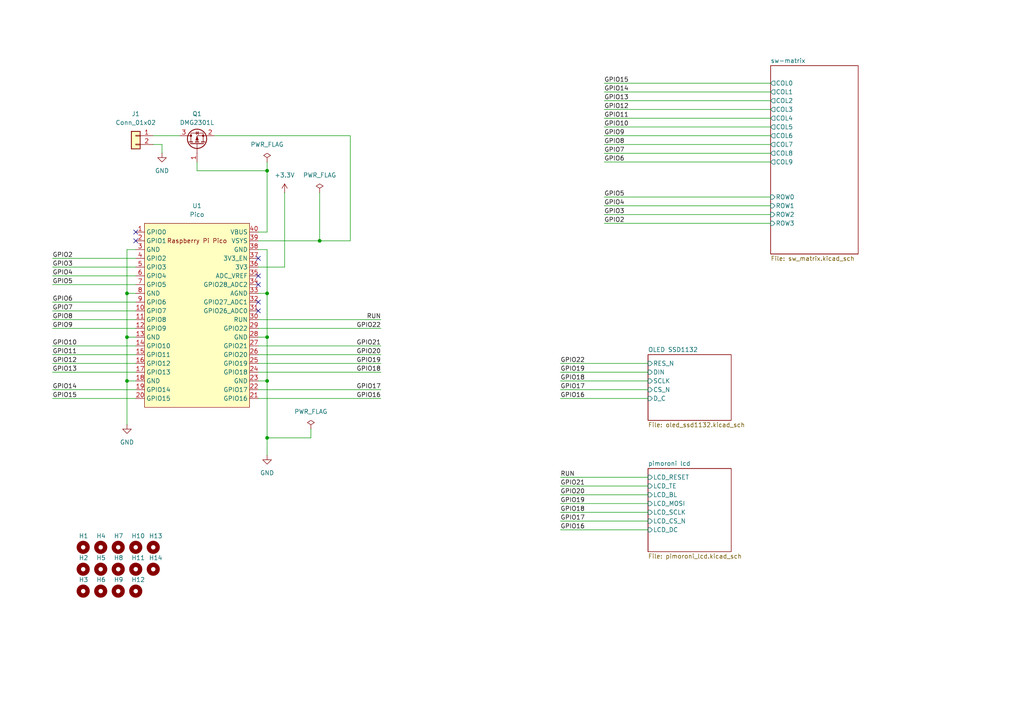
<source format=kicad_sch>
(kicad_sch (version 20231120) (generator "eeschema") (generator_version "8.0")
  (paper "A4")
  (lib_symbols
    (symbol "Connector_Generic:Conn_01x02" (pin_names (offset 1.016) hide)
      (property "Reference" "J" (at 0 2.54 0))
      (property "Value" "Conn_01x02" (at 0 -5.08 0))
      (symbol "Conn_01x02_1_1"
        (rectangle (start -1.27 -2.413) (end 0 -2.667) (stroke (width 0.1524)))
        (rectangle (start -1.27 0.127) (end 0 -0.127) (stroke (width 0.1524)))
        (rectangle (start -1.27 1.27) (end 1.27 -3.81) (stroke (width 0.254)) (fill (type background)))
        (pin passive line (at -5.08 0 0) (length 3.81) (name "Pin_1") (number "1"))
        (pin passive line (at -5.08 -2.54 0) (length 3.81) (name "Pin_2") (number "2"))
      )
    )
    (symbol "Mechanical:MountingHole" (pin_names (offset 1.016)) (exclude_from_sim yes) (in_bom no)
      (property "Reference" "H" (at 0 5.08 0))
      (property "Value" "MountingHole" (at 0 3.175 0))
      (symbol "MountingHole_0_1"
        (circle (center 0 0) (radius 1.27) (stroke (width 1.27)))
      )
    )
    (symbol "Transistor_FET:DMG2301L" (pin_names hide)
      (property "Reference" "Q" (at 5.08 1.905 0))
      (property "Value" "DMG2301L" (at 5.08 0 0))
      (symbol "DMG2301L_0_1"
        (polyline (pts (xy 0.254 0) (xy -2.54 0)))
        (polyline (pts (xy 0.254 1.905) (xy 0.254 -1.905)) (stroke (width 0.254)))
        (polyline (pts (xy 0.762 -1.27) (xy 0.762 -2.286)) (stroke (width 0.254)))
        (polyline (pts (xy 0.762 0.508) (xy 0.762 -0.508)) (stroke (width 0.254)))
        (polyline (pts (xy 0.762 2.286) (xy 0.762 1.27)) (stroke (width 0.254)))
        (polyline (pts (xy 2.54 2.54) (xy 2.54 1.778)))
        (polyline (pts (xy 2.54 -2.54) (xy 2.54 0) (xy 0.762 0)))
        (polyline (pts (xy 0.762 1.778) (xy 3.302 1.778) (xy 3.302 -1.778) (xy 0.762 -1.778)))
        (polyline (pts (xy 2.286 0) (xy 1.27 0.381) (xy 1.27 -0.381) (xy 2.286 0)) (fill (type outline)))
        (polyline (pts (xy 2.794 -0.508) (xy 2.921 -0.381) (xy 3.683 -0.381) (xy 3.81 -0.254)))
        (polyline (pts (xy 3.302 -0.381) (xy 2.921 0.254) (xy 3.683 0.254) (xy 3.302 -0.381)))
        (circle (center 1.651 0) (radius 2.794) (stroke (width 0.254)))
        (circle (center 2.54 -1.778) (radius 0.254) (fill (type outline)))
        (circle (center 2.54 1.778) (radius 0.254) (fill (type outline)))
      )
      (symbol "DMG2301L_1_1"
        (pin input line (at -5.08 0 0) (length 2.54) (name "G") (number "1"))
        (pin passive line (at 2.54 -5.08 90) (length 2.54) (name "S") (number "2"))
        (pin passive line (at 2.54 5.08 270) (length 2.54) (name "D") (number "3"))
      )
    )
    (symbol "my_pico:my_pico_no_dbg"
      (property "Reference" "U" (at -13.97 27.94 0))
      (property "Value" "Pico" (at 0 19.05 0))
      (symbol "my_pico_no_dbg_0_0"
        (text "Raspberry Pi Pico" (at 0 21.59 0) (effects (font (size 1.27 1.27))))
      )
      (symbol "my_pico_no_dbg_0_1"
        (rectangle (start -15.24 26.67) (end 15.24 -26.67) (fill (type background)))
      )
      (symbol "my_pico_no_dbg_1_1"
        (pin bidirectional line (at -17.78 24.13 0) (length 2.54) (name "GPIO0") (number "1"))
        (pin bidirectional line (at -17.78 1.27 0) (length 2.54) (name "GPIO7") (number "10"))
        (pin bidirectional line (at -17.78 -1.27 0) (length 2.54) (name "GPIO8") (number "11"))
        (pin bidirectional line (at -17.78 -3.81 0) (length 2.54) (name "GPIO9") (number "12"))
        (pin power_in line (at -17.78 -6.35 0) (length 2.54) (name "GND") (number "13"))
        (pin bidirectional line (at -17.78 -8.89 0) (length 2.54) (name "GPIO10") (number "14"))
        (pin bidirectional line (at -17.78 -11.43 0) (length 2.54) (name "GPIO11") (number "15"))
        (pin bidirectional line (at -17.78 -13.97 0) (length 2.54) (name "GPIO12") (number "16"))
        (pin bidirectional line (at -17.78 -16.51 0) (length 2.54) (name "GPIO13") (number "17"))
        (pin power_in line (at -17.78 -19.05 0) (length 2.54) (name "GND") (number "18"))
        (pin bidirectional line (at -17.78 -21.59 0) (length 2.54) (name "GPIO14") (number "19"))
        (pin bidirectional line (at -17.78 21.59 0) (length 2.54) (name "GPIO1") (number "2"))
        (pin bidirectional line (at -17.78 -24.13 0) (length 2.54) (name "GPIO15") (number "20"))
        (pin bidirectional line (at 17.78 -24.13 180) (length 2.54) (name "GPIO16") (number "21"))
        (pin bidirectional line (at 17.78 -21.59 180) (length 2.54) (name "GPIO17") (number "22"))
        (pin power_in line (at 17.78 -19.05 180) (length 2.54) (name "GND") (number "23"))
        (pin bidirectional line (at 17.78 -16.51 180) (length 2.54) (name "GPIO18") (number "24"))
        (pin bidirectional line (at 17.78 -13.97 180) (length 2.54) (name "GPIO19") (number "25"))
        (pin bidirectional line (at 17.78 -11.43 180) (length 2.54) (name "GPIO20") (number "26"))
        (pin bidirectional line (at 17.78 -8.89 180) (length 2.54) (name "GPIO21") (number "27"))
        (pin power_in line (at 17.78 -6.35 180) (length 2.54) (name "GND") (number "28"))
        (pin bidirectional line (at 17.78 -3.81 180) (length 2.54) (name "GPIO22") (number "29"))
        (pin power_in line (at -17.78 19.05 0) (length 2.54) (name "GND") (number "3"))
        (pin input line (at 17.78 -1.27 180) (length 2.54) (name "RUN") (number "30"))
        (pin bidirectional line (at 17.78 1.27 180) (length 2.54) (name "GPIO26_ADC0") (number "31"))
        (pin bidirectional line (at 17.78 3.81 180) (length 2.54) (name "GPIO27_ADC1") (number "32"))
        (pin power_in line (at 17.78 6.35 180) (length 2.54) (name "AGND") (number "33"))
        (pin bidirectional line (at 17.78 8.89 180) (length 2.54) (name "GPIO28_ADC2") (number "34"))
        (pin power_in line (at 17.78 11.43 180) (length 2.54) (name "ADC_VREF") (number "35"))
        (pin power_out line (at 17.78 13.97 180) (length 2.54) (name "3V3") (number "36"))
        (pin input line (at 17.78 16.51 180) (length 2.54) (name "3V3_EN") (number "37"))
        (pin power_in line (at 17.78 19.05 180) (length 2.54) (name "GND") (number "38"))
        (pin power_in line (at 17.78 21.59 180) (length 2.54) (name "VSYS") (number "39"))
        (pin bidirectional line (at -17.78 16.51 0) (length 2.54) (name "GPIO2") (number "4"))
        (pin power_in line (at 17.78 24.13 180) (length 2.54) (name "VBUS") (number "40"))
        (pin bidirectional line (at -17.78 13.97 0) (length 2.54) (name "GPIO3") (number "5"))
        (pin bidirectional line (at -17.78 11.43 0) (length 2.54) (name "GPIO4") (number "6"))
        (pin bidirectional line (at -17.78 8.89 0) (length 2.54) (name "GPIO5") (number "7"))
        (pin power_in line (at -17.78 6.35 0) (length 2.54) (name "GND") (number "8"))
        (pin bidirectional line (at -17.78 3.81 0) (length 2.54) (name "GPIO6") (number "9"))
      )
    )
    (symbol "power:+3.3V" (power) (pin_numbers hide) (pin_names (offset 0) hide)
      (property "Value" "+3.3V" (at 0 3.556 0))
      (symbol "+3.3V_0_1"
        (polyline (pts (xy -0.762 1.27) (xy 0 2.54)))
        (polyline (pts (xy 0 0) (xy 0 2.54)))
        (polyline (pts (xy 0 2.54) (xy 0.762 1.27)))
      )
      (symbol "+3.3V_1_1"
        (pin power_in line (at 0 0 90) (length 0) (name "~") (number "1"))
      )
    )
    (symbol "power:GND" (power) (pin_numbers hide) (pin_names (offset 0) hide)
      (property "Value" "GND" (at 0 -3.81 0))
      (symbol "GND_0_1"
        (polyline (pts (xy 0 0) (xy 0 -1.27) (xy 1.27 -1.27) (xy 0 -2.54) (xy -1.27 -1.27) (xy 0 -1.27)))
      )
      (symbol "GND_1_1"
        (pin power_in line (at 0 0 270) (length 0) (name "~") (number "1"))
      )
    )
    (symbol "power:PWR_FLAG" (power) (pin_numbers hide) (pin_names (offset 0) hide)
      (property "Value" "PWR_FLAG" (at 0 3.81 0))
      (symbol "PWR_FLAG_0_0"
        (pin power_out line (at 0 0 90) (length 0) (name "~") (number "1"))
      )
      (symbol "PWR_FLAG_0_1"
        (polyline (pts (xy 0 0) (xy 0 1.27) (xy -1.016 1.905) (xy 0 2.54) (xy 1.016 1.905) (xy 0 1.27)))
      )
    )
  )
  (junction (at 36.83 110.49))
  (junction (at 77.47 97.79))
  (junction (at 77.47 127))
  (junction (at 77.47 49.53))
  (junction (at 77.47 110.49))
  (junction (at 36.83 85.09))
  (junction (at 77.47 85.09))
  (junction (at 92.71 69.85))
  (junction (at 36.83 97.79))
  (no_connect (at 74.93 80.01))
  (no_connect (at 74.93 74.93))
  (no_connect (at 39.37 67.31))
  (no_connect (at 74.93 87.63))
  (no_connect (at 39.37 69.85))
  (no_connect (at 74.93 90.17))
  (no_connect (at 74.93 82.55))
  (wire (pts (xy 36.83 85.09) (xy 36.83 97.79)))
  (wire (pts (xy 101.6 39.37) (xy 101.6 69.85)))
  (wire (pts (xy 74.93 110.49) (xy 77.47 110.49)))
  (wire (pts (xy 175.26 26.67) (xy 223.52 26.67)))
  (wire (pts (xy 175.26 41.91) (xy 223.52 41.91)))
  (wire (pts (xy 15.24 102.87) (xy 39.37 102.87)))
  (wire (pts (xy 44.45 39.37) (xy 52.07 39.37)))
  (wire (pts (xy 15.24 87.63) (xy 39.37 87.63)))
  (wire (pts (xy 36.83 110.49) (xy 39.37 110.49)))
  (wire (pts (xy 162.56 143.51) (xy 187.96 143.51)))
  (wire (pts (xy 77.47 85.09) (xy 77.47 97.79)))
  (wire (pts (xy 90.17 124.46) (xy 90.17 127)))
  (wire (pts (xy 15.24 82.55) (xy 39.37 82.55)))
  (wire (pts (xy 15.24 107.95) (xy 39.37 107.95)))
  (wire (pts (xy 15.24 100.33) (xy 39.37 100.33)))
  (wire (pts (xy 175.26 62.23) (xy 223.52 62.23)))
  (wire (pts (xy 15.24 105.41) (xy 39.37 105.41)))
  (wire (pts (xy 74.93 113.03) (xy 110.49 113.03)))
  (wire (pts (xy 15.24 92.71) (xy 39.37 92.71)))
  (wire (pts (xy 74.93 107.95) (xy 110.49 107.95)))
  (wire (pts (xy 92.71 55.88) (xy 92.71 69.85)))
  (wire (pts (xy 175.26 39.37) (xy 223.52 39.37)))
  (wire (pts (xy 77.47 110.49) (xy 77.47 127)))
  (wire (pts (xy 82.55 55.88) (xy 82.55 77.47)))
  (wire (pts (xy 15.24 74.93) (xy 39.37 74.93)))
  (wire (pts (xy 162.56 113.03) (xy 187.96 113.03)))
  (wire (pts (xy 74.93 72.39) (xy 77.47 72.39)))
  (wire (pts (xy 74.93 97.79) (xy 77.47 97.79)))
  (wire (pts (xy 175.26 24.13) (xy 223.52 24.13)))
  (wire (pts (xy 77.47 72.39) (xy 77.47 85.09)))
  (wire (pts (xy 74.93 85.09) (xy 77.47 85.09)))
  (wire (pts (xy 162.56 151.13) (xy 187.96 151.13)))
  (wire (pts (xy 74.93 115.57) (xy 110.49 115.57)))
  (wire (pts (xy 175.26 34.29) (xy 223.52 34.29)))
  (wire (pts (xy 175.26 44.45) (xy 223.52 44.45)))
  (wire (pts (xy 74.93 92.71) (xy 110.49 92.71)))
  (wire (pts (xy 77.47 97.79) (xy 77.47 110.49)))
  (wire (pts (xy 162.56 105.41) (xy 187.96 105.41)))
  (wire (pts (xy 74.93 105.41) (xy 110.49 105.41)))
  (wire (pts (xy 15.24 95.25) (xy 39.37 95.25)))
  (wire (pts (xy 74.93 95.25) (xy 110.49 95.25)))
  (wire (pts (xy 46.99 41.91) (xy 46.99 44.45)))
  (wire (pts (xy 36.83 97.79) (xy 36.83 110.49)))
  (wire (pts (xy 162.56 140.97) (xy 187.96 140.97)))
  (wire (pts (xy 15.24 77.47) (xy 39.37 77.47)))
  (wire (pts (xy 36.83 110.49) (xy 36.83 123.19)))
  (wire (pts (xy 77.47 67.31) (xy 77.47 49.53)))
  (wire (pts (xy 62.23 39.37) (xy 101.6 39.37)))
  (wire (pts (xy 175.26 59.69) (xy 223.52 59.69)))
  (wire (pts (xy 77.47 127) (xy 77.47 132.08)))
  (wire (pts (xy 36.83 72.39) (xy 36.83 85.09)))
  (wire (pts (xy 175.26 36.83) (xy 223.52 36.83)))
  (wire (pts (xy 36.83 72.39) (xy 39.37 72.39)))
  (wire (pts (xy 74.93 100.33) (xy 110.49 100.33)))
  (wire (pts (xy 162.56 138.43) (xy 187.96 138.43)))
  (wire (pts (xy 44.45 41.91) (xy 46.99 41.91)))
  (wire (pts (xy 74.93 77.47) (xy 82.55 77.47)))
  (wire (pts (xy 77.47 127) (xy 90.17 127)))
  (wire (pts (xy 15.24 113.03) (xy 39.37 113.03)))
  (wire (pts (xy 175.26 29.21) (xy 223.52 29.21)))
  (wire (pts (xy 162.56 148.59) (xy 187.96 148.59)))
  (wire (pts (xy 162.56 107.95) (xy 187.96 107.95)))
  (wire (pts (xy 74.93 102.87) (xy 110.49 102.87)))
  (wire (pts (xy 15.24 80.01) (xy 39.37 80.01)))
  (wire (pts (xy 77.47 49.53) (xy 57.15 49.53)))
  (wire (pts (xy 162.56 110.49) (xy 187.96 110.49)))
  (wire (pts (xy 175.26 31.75) (xy 223.52 31.75)))
  (wire (pts (xy 36.83 97.79) (xy 39.37 97.79)))
  (wire (pts (xy 175.26 57.15) (xy 223.52 57.15)))
  (wire (pts (xy 57.15 49.53) (xy 57.15 46.99)))
  (wire (pts (xy 175.26 46.99) (xy 223.52 46.99)))
  (wire (pts (xy 162.56 146.05) (xy 187.96 146.05)))
  (wire (pts (xy 92.71 69.85) (xy 101.6 69.85)))
  (wire (pts (xy 74.93 67.31) (xy 77.47 67.31)))
  (wire (pts (xy 74.93 69.85) (xy 92.71 69.85)))
  (wire (pts (xy 36.83 85.09) (xy 39.37 85.09)))
  (wire (pts (xy 77.47 46.99) (xy 77.47 49.53)))
  (wire (pts (xy 15.24 115.57) (xy 39.37 115.57)))
  (wire (pts (xy 15.24 90.17) (xy 39.37 90.17)))
  (wire (pts (xy 162.56 115.57) (xy 187.96 115.57)))
  (wire (pts (xy 175.26 64.77) (xy 223.52 64.77)))
  (wire (pts (xy 162.56 153.67) (xy 187.96 153.67)))
  (label "GPIO17" (at 162.56 113.03 0))
  (label "GPIO20" (at 162.56 143.51 0))
  (label "GPIO10" (at 15.24 100.33 0))
  (label "GPIO14" (at 15.24 113.03 0))
  (label "GPIO3" (at 15.24 77.47 0))
  (label "GPIO8" (at 15.24 92.71 0))
  (label "GPIO14" (at 175.26 26.67 0))
  (label "GPIO8" (at 175.26 41.91 0))
  (label "GPIO9" (at 175.26 39.37 0))
  (label "GPIO22" (at 162.56 105.41 0))
  (label "GPIO13" (at 175.26 29.21 0))
  (label "GPIO11" (at 175.26 34.29 0))
  (label "GPIO21" (at 110.49 100.33 180))
  (label "GPIO4" (at 175.26 59.69 0))
  (label "GPIO5" (at 175.26 57.15 0))
  (label "GPIO18" (at 110.49 107.95 180))
  (label "GPIO11" (at 15.24 102.87 0))
  (label "GPIO16" (at 162.56 115.57 0))
  (label "RUN" (at 110.49 92.71 180))
  (label "GPIO4" (at 15.24 80.01 0))
  (label "GPIO16" (at 110.49 115.57 180))
  (label "GPIO7" (at 15.24 90.17 0))
  (label "GPIO9" (at 15.24 95.25 0))
  (label "GPIO16" (at 162.56 153.67 0))
  (label "GPIO19" (at 162.56 146.05 0))
  (label "GPIO18" (at 162.56 148.59 0))
  (label "GPIO15" (at 15.24 115.57 0))
  (label "GPIO12" (at 15.24 105.41 0))
  (label "GPIO20" (at 110.49 102.87 180))
  (label "GPIO19" (at 110.49 105.41 180))
  (label "GPIO10" (at 175.26 36.83 0))
  (label "GPIO12" (at 175.26 31.75 0))
  (label "GPIO21" (at 162.56 140.97 0))
  (label "GPIO6" (at 175.26 46.99 0))
  (label "GPIO5" (at 15.24 82.55 0))
  (label "GPIO15" (at 175.26 24.13 0))
  (label "GPIO18" (at 162.56 110.49 0))
  (label "GPIO2" (at 15.24 74.93 0))
  (label "GPIO6" (at 15.24 87.63 0))
  (label "GPIO3" (at 175.26 62.23 0))
  (label "GPIO17" (at 162.56 151.13 0))
  (label "GPIO22" (at 110.49 95.25 180))
  (label "GPIO7" (at 175.26 44.45 0))
  (label "GPIO2" (at 175.26 64.77 0))
  (label "GPIO17" (at 110.49 113.03 180))
  (label "GPIO13" (at 15.24 107.95 0))
  (label "RUN" (at 162.56 138.43 0))
  (label "GPIO19" (at 162.56 107.95 0))
  (symbol (lib_id "Mechanical:MountingHole") (at 34.29 165.1 0) (unit 1) (exclude_from_sim yes) (in_bom no)
    (property "Reference" "H8" (at 33.02 161.798 0) (effects (justify left)))
    (property "Value" "MountingHole" (effects (hide yes)))
    (property "Footprint" "my_keyswitch:my_MountingHole_2.2mm_M2" (effects (hide yes)))
    (property "Description" "Mounting Hole without connection" (effects (hide yes)))
  )
  (symbol (lib_id "Transistor_FET:DMG2301L") (at 57.15 41.91 90) (unit 1)
    (property "Reference" "Q1" (at 57.15 33.02 90))
    (property "Value" "DMG2301L" (at 57.15 35.56 90))
    (property "Footprint" "Package_TO_SOT_SMD:SOT-23" (effects (hide yes)))
    (property "Datasheet" "https://www.diodes.com/assets/Datasheets/DMG2301L.pdf" (effects (hide yes)))
    (property "Description" "-3A Id, -20V Vds, P-Channel MOSFET, SOT-23" (effects (hide yes)))
  )
  (symbol (lib_id "Mechanical:MountingHole") (at 44.45 158.75 0) (unit 1) (exclude_from_sim yes) (in_bom no)
    (property "Reference" "H13" (at 43.18 155.448 0) (effects (justify left)))
    (property "Value" "MountingHole" (effects (hide yes)))
    (property "Footprint" "my_keyswitch:my_MountingHole_2.2mm_M2" (effects (hide yes)))
    (property "Description" "Mounting Hole without connection" (effects (hide yes)))
  )
  (symbol (lib_id "power:PWR_FLAG") (at 90.17 124.46 0) (unit 1)
    (property "Reference" "#FLG03" (effects (hide yes)))
    (property "Value" "PWR_FLAG" (at 90.17 119.38 0))
    (property "Description" "Special symbol for telling ERC where power comes from" (effects (hide yes)))
  )
  (symbol (lib_id "Mechanical:MountingHole") (at 39.37 158.75 0) (unit 1) (exclude_from_sim yes) (in_bom no)
    (property "Reference" "H10" (at 38.1 155.448 0) (effects (justify left)))
    (property "Value" "MountingHole" (effects (hide yes)))
    (property "Footprint" "my_keyswitch:my_MountingHole_2.2mm_M2" (effects (hide yes)))
    (property "Description" "Mounting Hole without connection" (effects (hide yes)))
  )
  (symbol (lib_id "power:PWR_FLAG") (at 77.47 46.99 0) (unit 1)
    (property "Reference" "#FLG02" (effects (hide yes)))
    (property "Value" "PWR_FLAG" (at 77.47 41.91 0))
    (property "Description" "Special symbol for telling ERC where power comes from" (effects (hide yes)))
  )
  (symbol (lib_id "Mechanical:MountingHole") (at 24.13 165.1 0) (unit 1) (exclude_from_sim yes) (in_bom no)
    (property "Reference" "H2" (at 22.86 161.798 0) (effects (justify left)))
    (property "Value" "MountingHole" (effects (hide yes)))
    (property "Footprint" "my_keyswitch:my_MountingHole_2.2mm_M2" (effects (hide yes)))
    (property "Description" "Mounting Hole without connection" (effects (hide yes)))
  )
  (symbol (lib_id "power:PWR_FLAG") (at 92.71 55.88 0) (unit 1)
    (property "Reference" "#FLG01" (effects (hide yes)))
    (property "Value" "PWR_FLAG" (at 92.71 50.8 0))
    (property "Description" "Special symbol for telling ERC where power comes from" (effects (hide yes)))
  )
  (symbol (lib_id "power:GND") (at 77.47 132.08 0) (unit 1)
    (property "Reference" "#PWR04" (effects (hide yes)))
    (property "Value" "GND" (at 77.47 137.16 0))
    (property "Description" "Power symbol creates a global label with name \"GND\" , ground" (effects (hide yes)))
  )
  (symbol (lib_id "Mechanical:MountingHole") (at 39.37 165.1 0) (unit 1) (exclude_from_sim yes) (in_bom no)
    (property "Reference" "H11" (at 38.1 161.798 0) (effects (justify left)))
    (property "Value" "MountingHole" (effects (hide yes)))
    (property "Footprint" "my_keyswitch:my_MountingHole_2.2mm_M2" (effects (hide yes)))
    (property "Description" "Mounting Hole without connection" (effects (hide yes)))
  )
  (symbol (lib_id "power:GND") (at 36.83 123.19 0) (unit 1)
    (property "Reference" "#PWR05" (effects (hide yes)))
    (property "Value" "GND" (at 36.83 128.27 0))
    (property "Description" "Power symbol creates a global label with name \"GND\" , ground" (effects (hide yes)))
  )
  (symbol (lib_id "my_pico:my_pico_no_dbg") (at 57.15 91.44 0) (unit 1)
    (property "Reference" "U1" (at 57.15 59.69 0))
    (property "Value" "Pico" (at 57.15 62.23 0))
    (property "Footprint" "my_pico:pico_no_dbg_smd_th_p0.85" (effects (hide yes)))
  )
  (symbol (lib_id "power:GND") (at 46.99 44.45 0) (mirror y) (unit 1)
    (property "Reference" "#PWR07" (effects (hide yes)))
    (property "Value" "GND" (at 46.99 49.53 0))
    (property "Description" "Power symbol creates a global label with name \"GND\" , ground" (effects (hide yes)))
  )
  (symbol (lib_id "Mechanical:MountingHole") (at 44.45 165.1 0) (unit 1) (exclude_from_sim yes) (in_bom no)
    (property "Reference" "H14" (at 43.18 161.798 0) (effects (justify left)))
    (property "Value" "MountingHole" (effects (hide yes)))
    (property "Footprint" "my_keyswitch:my_MountingHole_2.2mm_M2" (effects (hide yes)))
    (property "Description" "Mounting Hole without connection" (effects (hide yes)))
  )
  (symbol (lib_id "Mechanical:MountingHole") (at 39.37 171.45 0) (unit 1) (exclude_from_sim yes) (in_bom no)
    (property "Reference" "H12" (at 38.1 168.148 0) (effects (justify left)))
    (property "Value" "MountingHole" (effects (hide yes)))
    (property "Footprint" "my_keyswitch:my_MountingHole_2.2mm_M2" (effects (hide yes)))
    (property "Description" "Mounting Hole without connection" (effects (hide yes)))
  )
  (symbol (lib_id "Mechanical:MountingHole") (at 29.21 158.75 0) (unit 1) (exclude_from_sim yes) (in_bom no)
    (property "Reference" "H4" (at 27.94 155.448 0) (effects (justify left)))
    (property "Value" "MountingHole" (effects (hide yes)))
    (property "Footprint" "my_keyswitch:my_MountingHole_2.2mm_M2" (effects (hide yes)))
    (property "Description" "Mounting Hole without connection" (effects (hide yes)))
  )
  (symbol (lib_id "Mechanical:MountingHole") (at 34.29 158.75 0) (unit 1) (exclude_from_sim yes) (in_bom no)
    (property "Reference" "H7" (at 33.02 155.448 0) (effects (justify left)))
    (property "Value" "MountingHole" (effects (hide yes)))
    (property "Footprint" "my_keyswitch:my_MountingHole_2.2mm_M2" (effects (hide yes)))
    (property "Description" "Mounting Hole without connection" (effects (hide yes)))
  )
  (symbol (lib_id "Connector_Generic:Conn_01x02") (at 39.37 39.37 0) (mirror y) (unit 1)
    (property "Reference" "J1" (at 39.37 33.02 0))
    (property "Value" "Conn_01x02" (at 39.37 35.56 0))
    (property "Footprint" "Connector_JST:JST_PH_B2B-PH-K_1x02_P2.00mm_Vertical" (effects (hide yes)))
    (property "Description" "Generic connector, single row, 01x02, script generated (kicad-library-utils/schlib/autogen/connector/)" (effects (hide yes)))
  )
  (symbol (lib_id "Mechanical:MountingHole") (at 24.13 158.75 0) (unit 1) (exclude_from_sim yes) (in_bom no)
    (property "Reference" "H1" (at 22.86 155.448 0) (effects (justify left)))
    (property "Value" "MountingHole" (effects (hide yes)))
    (property "Footprint" "my_keyswitch:my_MountingHole_2.2mm_M2" (effects (hide yes)))
    (property "Description" "Mounting Hole without connection" (effects (hide yes)))
  )
  (symbol (lib_id "Mechanical:MountingHole") (at 29.21 165.1 0) (unit 1) (exclude_from_sim yes) (in_bom no)
    (property "Reference" "H5" (at 27.94 161.798 0) (effects (justify left)))
    (property "Value" "MountingHole" (effects (hide yes)))
    (property "Footprint" "my_keyswitch:my_MountingHole_2.2mm_M2" (effects (hide yes)))
    (property "Description" "Mounting Hole without connection" (effects (hide yes)))
  )
  (symbol (lib_id "Mechanical:MountingHole") (at 29.21 171.45 0) (unit 1) (exclude_from_sim yes) (in_bom no)
    (property "Reference" "H6" (at 27.94 168.148 0) (effects (justify left)))
    (property "Value" "MountingHole" (effects (hide yes)))
    (property "Footprint" "my_keyswitch:my_MountingHole_2.2mm_M2" (effects (hide yes)))
    (property "Description" "Mounting Hole without connection" (effects (hide yes)))
  )
  (symbol (lib_id "Mechanical:MountingHole") (at 34.29 171.45 0) (unit 1) (exclude_from_sim yes) (in_bom no)
    (property "Reference" "H9" (at 33.02 168.148 0) (effects (justify left)))
    (property "Value" "MountingHole" (effects (hide yes)))
    (property "Footprint" "my_keyswitch:my_MountingHole_2.2mm_M2" (effects (hide yes)))
    (property "Description" "Mounting Hole without connection" (effects (hide yes)))
  )
  (symbol (lib_id "power:+3.3V") (at 82.55 55.88 0) (unit 1)
    (property "Reference" "#PWR09" (effects (hide yes)))
    (property "Value" "+3.3V" (at 82.55 50.8 0))
    (property "Description" "Power symbol creates a global label with name \"+3.3V\"" (effects (hide yes)))
  )
  (symbol (lib_id "Mechanical:MountingHole") (at 24.13 171.45 0) (unit 1) (exclude_from_sim yes) (in_bom no)
    (property "Reference" "H3" (at 22.86 168.148 0) (effects (justify left)))
    (property "Value" "MountingHole" (effects (hide yes)))
    (property "Footprint" "my_keyswitch:my_MountingHole_2.2mm_M2" (effects (hide yes)))
    (property "Description" "Mounting Hole without connection" (effects (hide yes)))
  )
  (sheet (at 223.52 19.05) (size 25.4 54.61) (stroke (width 0.1524))
    (property "Sheetname" "sw-matrix" (at 223.52 18.3384 0) (effects (justify left bottom)))
    (property "Sheetfile" "sw_matrix.kicad_sch" (at 223.52 74.2446 0) (effects (justify left top)))
    (pin "COL1" output (at 223.52 26.67 180))
    (pin "COL2" output (at 223.52 29.21 180))
    (pin "COL0" output (at 223.52 24.13 180))
    (pin "ROW0" input (at 223.52 57.15 180))
    (pin "ROW1" input (at 223.52 59.69 180))
    (pin "ROW2" input (at 223.52 62.23 180))
    (pin "ROW3" input (at 223.52 64.77 180))
    (pin "COL4" output (at 223.52 34.29 180))
    (pin "COL3" output (at 223.52 31.75 180))
    (pin "COL8" output (at 223.52 44.45 180))
    (pin "COL9" output (at 223.52 46.99 180))
    (pin "COL7" output (at 223.52 41.91 180))
    (pin "COL6" output (at 223.52 39.37 180))
    (pin "COL5" output (at 223.52 36.83 180))
  )
  (sheet (at 187.96 102.87) (size 24.13 19.05) (stroke (width 0.1524))
    (property "Sheetname" "OLED SSD1132" (at 187.96 102.1584 0) (effects (justify left bottom)))
    (property "Sheetfile" "oled_ssd1132.kicad_sch" (at 187.96 122.5046 0) (effects (justify left top)))
    (pin "DIN" input (at 187.96 107.95 180))
    (pin "RES_N" input (at 187.96 105.41 180))
    (pin "D_C" input (at 187.96 115.57 180))
    (pin "CS_N" input (at 187.96 113.03 180))
    (pin "SCLK" input (at 187.96 110.49 180))
  )
  (sheet (at 187.96 135.89) (size 24.13 24.13) (stroke (width 0.1524))
    (property "Sheetname" "pimoroni lcd" (at 187.96 135.1784 0) (effects (justify left bottom)))
    (property "Sheetfile" "pimoroni_lcd.kicad_sch" (at 187.96 160.6046 0) (effects (justify left top)))
    (pin "LCD_BL" input (at 187.96 143.51 180))
    (pin "LCD_CS_N" input (at 187.96 151.13 180))
    (pin "LCD_MOSI" input (at 187.96 146.05 180))
    (pin "LCD_SCLK" input (at 187.96 148.59 180))
    (pin "LCD_DC" input (at 187.96 153.67 180))
    (pin "LCD_RESET" input (at 187.96 138.43 180))
    (pin "LCD_TE" input (at 187.96 140.97 180))
  )
)
</source>
